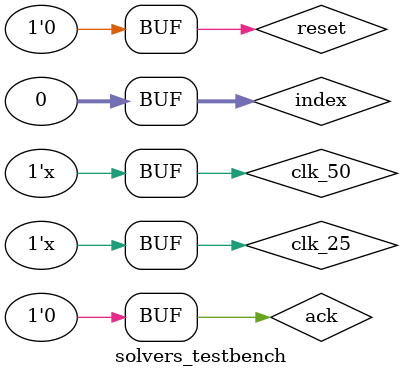
<source format=sv>
`timescale 1ns/1ns

module solvers_testbench();
    
    reg clk_50, clk_25, reset;
    
    reg [31:0] index;
    //Initialize clocks and index
    initial begin
        clk_50 = 1'b0;
        clk_25 = 1'b0;
        index  = 32'd0;
        //testbench_out = 15'd0 ;
    end
    
    //Toggle the clocks
    always begin
        #10
        clk_50  = !clk_50;
    end
    
    always begin
        #20
        clk_25  = !clk_25;
    end
    
    //Intialize and drive signals
    initial begin
        reset  = 1'b0;
        #10 
        reset  = 1'b1;
        #30
        reset  = 1'b0;
    end
    
    //Increment 
    // always @ (posedge clk_50) begin
    //     index  <= index + 32'd1;
    // end

    //Instantiation of Device Under Test
    // hook up the sine wave generators
    wire testbench_valid;

    logic [31:0] arm_data;

    logic ack = 0;
    logic [7:0] state = 0;


    logic fpga_val, fpga_ack;
    logic [31:0] fpga_data;


    logic arm_val, arm_ack;
    logic [9:0] image_mem_data, which_mem;
    logic we;
    logic [19:0] image_mem_writeout;
    logic [7:0] debug_count;
    logic [7:0] send_40;

    always @ (posedge clk_25) begin
        if (state == 0) begin 
            send_40 <= 40;
            state <= 1;
            arm_val <= 1;
            arm_data <= 0; // next cycle arm is valid, will latch the zero
        end 
        else if (state == 1) begin 
            state <= 2;
            arm_val <= 0;
            arm_ack <= 1;
        end 
        else if (state == 2) begin
            state <= 3;
            arm_ack <= 0;
        end 
        else if (state == 3) begin 
            arm_data[30:0] <= 30'h3FFFF;
            if (send_40 == 1) begin 
                arm_data[31] <= 1; // set as the last item
                
            end 
            arm_val <= 1;
            state <= 4;
            
        end 
        else if (state ==4) begin 
            arm_val <= 0;
            arm_ack <= 1;
            state <= 5;
        end 
        else if (state == 5) begin 
            arm_ack <= 0;
            state<= 3;
            send_40 <= send_40 - 1;
            if (send_40 == 1) begin 
                state <= 6;
            end 
        end 
    end 

    solvers DUT (
        .clk(clk_50),
        .reset(reset),

        .arm_val(arm_val),
        .arm_ack(arm_ack),

        .arm_data(arm_data),
        .arm_data2(0),

        .image_mem_data(150),

        .fpga_val(fpga_val),
        .fpga_ack(fpga_ack),
        .fpga_data(fpga_data),

        .image_mem_addr(image_mem_addr),
        .which_mem(which_mem),

        .we(we),
        .image_mem_writeout(image_mem_writeout),
        .debug_count(debug_count)
    );

    
endmodule


</source>
